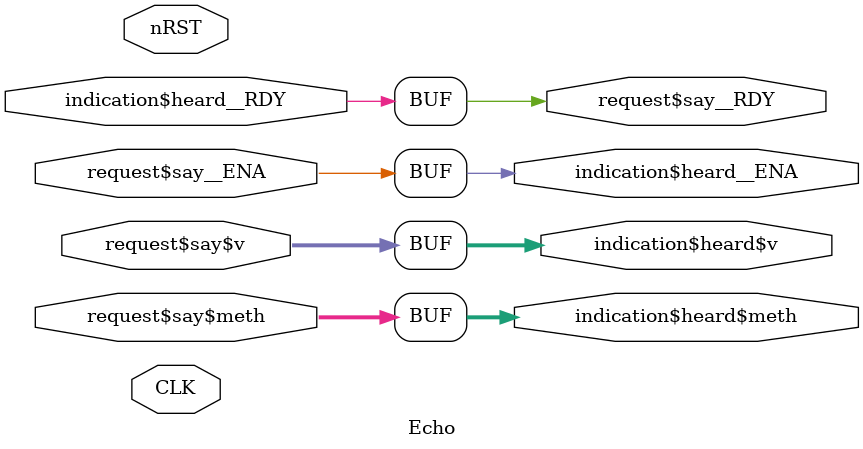
<source format=v>
`include "connect.generated.vh"

`default_nettype none
module Echo (input wire CLK, input wire nRST,
    input wire request$say__ENA,
    input wire [31:0]request$say$meth,
    input wire [31:0]request$say$v,
    output wire request$say__RDY,
    output wire indication$heard__ENA,
    output wire [31:0]indication$heard$meth,
    output wire [31:0]indication$heard$v,
    input wire indication$heard__RDY);
    assign indication$heard$meth = request$say$meth;
    assign indication$heard$v = request$say$v;
    assign indication$heard__ENA = request$say__ENA;
    assign request$say__RDY = indication$heard__RDY;
endmodule 

`default_nettype wire    // set back to default value

</source>
